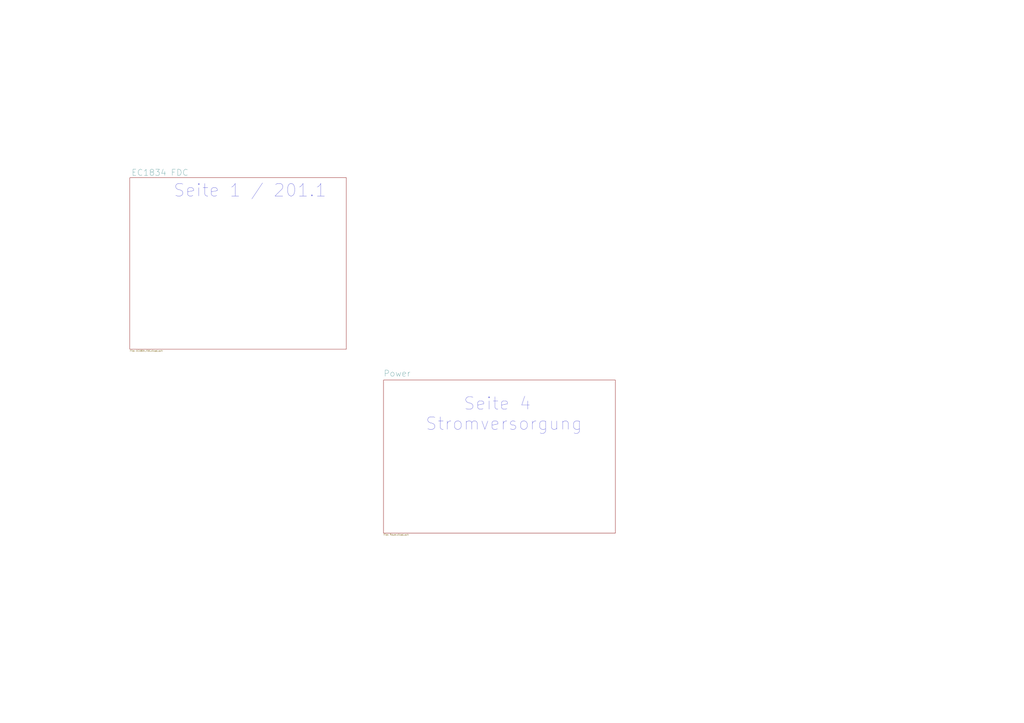
<source format=kicad_sch>
(kicad_sch
	(version 20250114)
	(generator "eeschema")
	(generator_version "9.0")
	(uuid "bbd6417a-5f3d-4c8e-910d-4ce325bd4790")
	(paper "A1")
	(title_block
		(title "EC1834 Hauptplatine")
		(date "2022-09-12")
		(rev "1")
		(company "Mario Gögel 2022")
	)
	(lib_symbols)
	(text "    Seite 4\nStromversorgung"
		(exclude_from_sim no)
		(at 349.25 354.33 0)
		(effects
			(font
				(size 10.2616 10.2616)
			)
			(justify left bottom)
		)
		(uuid "495f6c7a-c3fe-40f9-96fd-6a6dcefbe90d")
	)
	(text "Seite 1 / 201.1"
		(exclude_from_sim no)
		(at 142.24 162.56 0)
		(effects
			(font
				(size 10.2616 10.2616)
			)
			(justify left bottom)
		)
		(uuid "a49a99ef-4073-4db3-adec-6bc388906947")
	)
	(sheet
		(at 106.68 146.05)
		(size 177.8 140.97)
		(exclude_from_sim no)
		(in_bom yes)
		(on_board yes)
		(dnp no)
		(stroke
			(width 0)
			(type solid)
		)
		(fill
			(color 0 0 0 0.0000)
		)
		(uuid "00000000-0000-0000-0000-0000631598da")
		(property "Sheetname" "EC1834 FDC"
			(at 107.95 144.78 0)
			(effects
				(font
					(size 5 5)
				)
				(justify left bottom)
			)
		)
		(property "Sheetfile" "EC1834_FDC.kicad_sch"
			(at 106.68 287.6046 0)
			(effects
				(font
					(size 1.27 1.27)
				)
				(justify left top)
			)
		)
		(instances
			(project "EC1834-FDC"
				(path "/bbd6417a-5f3d-4c8e-910d-4ce325bd4790"
					(page "2")
				)
			)
		)
	)
	(sheet
		(at 314.96 312.42)
		(size 190.5 125.73)
		(exclude_from_sim no)
		(in_bom yes)
		(on_board yes)
		(dnp no)
		(fields_autoplaced yes)
		(stroke
			(width 0)
			(type solid)
		)
		(fill
			(color 0 0 0 0.0000)
		)
		(uuid "00000000-0000-0000-0000-000063239fae")
		(property "Sheetname" "Power"
			(at 314.96 309.8434 0)
			(effects
				(font
					(size 5 5)
				)
				(justify left bottom)
			)
		)
		(property "Sheetfile" "Power.kicad_sch"
			(at 314.96 438.7346 0)
			(effects
				(font
					(size 1.27 1.27)
				)
				(justify left top)
			)
		)
		(instances
			(project "EC1834-FDC"
				(path "/bbd6417a-5f3d-4c8e-910d-4ce325bd4790"
					(page "5")
				)
			)
		)
	)
	(sheet_instances
		(path "/"
			(page "1")
		)
	)
	(embedded_fonts no)
)

</source>
